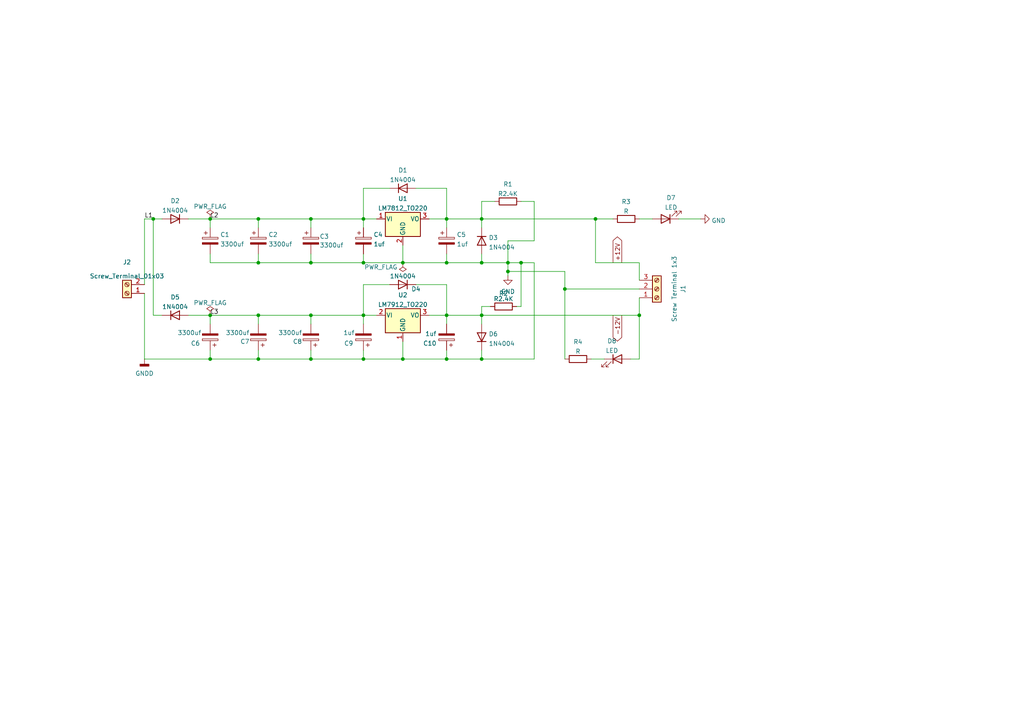
<source format=kicad_sch>
(kicad_sch (version 20211123) (generator eeschema)
  (paper "A4")
  (title_block (title "eurorack PSU") (company "nonszalancki"))
  (lib_symbols
    (symbol "Connector:Screw_Terminal_01x02" (pin_names (offset 1.016) hide)
      (property "Reference" "J" (at 0 2.54 0))
      (property "Value" "Screw_Terminal_01x02" (at 0 -5.08 0))
      (symbol "Screw_Terminal_01x02_1_1"
        (rectangle (start -1.27 1.27) (end 1.27 -3.81) (stroke (width 0.254)) (fill (type background)))
        (circle (center 0 -2.54) (radius 0.635) (stroke (width 0.1524)))
        (polyline (pts (xy -0.5334 -2.2098) (xy 0.3302 -3.048)) (stroke (width 0.1524)))
        (polyline (pts (xy -0.5334 0.3302) (xy 0.3302 -0.508)) (stroke (width 0.1524)))
        (polyline (pts (xy -0.3556 -2.032) (xy 0.508 -2.8702)) (stroke (width 0.1524)))
        (polyline (pts (xy -0.3556 0.508) (xy 0.508 -0.3302)) (stroke (width 0.1524)))
        (circle (center 0 0) (radius 0.635) (stroke (width 0.1524)))
        (pin passive line (at -5.08 0 0) (length 3.81) (name "Pin_1") (number "1"))
        (pin passive line (at -5.08 -2.54 0) (length 3.81) (name "Pin_2") (number "2"))
      )
    )
    (symbol "Connector:Screw_Terminal_01x03" (pin_names (offset 1.016) hide)
      (property "Reference" "J" (at 0 5.08 0))
      (property "Value" "Screw_Terminal_01x03" (at 0 -5.08 0))
      (symbol "Screw_Terminal_01x03_1_1"
        (rectangle (start -1.27 3.81) (end 1.27 -3.81) (stroke (width 0.254)) (fill (type background)))
        (circle (center 0 -2.54) (radius 0.635) (stroke (width 0.1524)))
        (polyline (pts (xy -0.5334 -2.2098) (xy 0.3302 -3.048)) (stroke (width 0.1524)))
        (polyline (pts (xy -0.5334 0.3302) (xy 0.3302 -0.508)) (stroke (width 0.1524)))
        (polyline (pts (xy -0.5334 2.8702) (xy 0.3302 2.032)) (stroke (width 0.1524)))
        (polyline (pts (xy -0.3556 -2.032) (xy 0.508 -2.8702)) (stroke (width 0.1524)))
        (polyline (pts (xy -0.3556 0.508) (xy 0.508 -0.3302)) (stroke (width 0.1524)))
        (polyline (pts (xy -0.3556 3.048) (xy 0.508 2.2098)) (stroke (width 0.1524)))
        (circle (center 0 0) (radius 0.635) (stroke (width 0.1524)))
        (circle (center 0 2.54) (radius 0.635) (stroke (width 0.1524)))
        (pin passive line (at -5.08 2.54 0) (length 3.81) (name "Pin_1") (number "1"))
        (pin passive line (at -5.08 0 0) (length 3.81) (name "Pin_2") (number "2"))
        (pin passive line (at -5.08 -2.54 0) (length 3.81) (name "Pin_3") (number "3"))
      )
    )
    (symbol "Device:C_Polarized" (pin_numbers hide) (pin_names (offset 0.254))
      (property "Reference" "C" (at 0.635 2.54 0))
      (property "Value" "C_Polarized" (at 0.635 -2.54 0))
      (symbol "C_Polarized_0_1"
        (rectangle (start -2.286 0.508) (end 2.286 1.016))
        (polyline (pts (xy -1.778 2.286) (xy -0.762 2.286)))
        (polyline (pts (xy -1.27 2.794) (xy -1.27 1.778)))
        (rectangle (start 2.286 -0.508) (end -2.286 -1.016) (fill (type outline)))
      )
      (symbol "C_Polarized_1_1"
        (pin passive line (at 0 3.81 270) (length 2.794) (name "~") (number "1"))
        (pin passive line (at 0 -3.81 90) (length 2.794) (name "~") (number "2"))
      )
    )
    (symbol "Device:LED" (pin_numbers hide) (pin_names (offset 1.016) hide)
      (property "Reference" "D" (at 0 2.54 0))
      (property "Value" "LED" (at 0 -2.54 0))
      (symbol "LED_0_1"
        (polyline (pts (xy -1.27 -1.27) (xy -1.27 1.27)) (stroke (width 0.254)))
        (polyline (pts (xy -1.27 0) (xy 1.27 0)))
        (polyline (pts (xy 1.27 -1.27) (xy 1.27 1.27) (xy -1.27 0) (xy 1.27 -1.27)) (stroke (width 0.254)))
        (polyline (pts (xy -3.048 -0.762) (xy -4.572 -2.286) (xy -3.81 -2.286) (xy -4.572 -2.286) (xy -4.572 -1.524)))
        (polyline (pts (xy -1.778 -0.762) (xy -3.302 -2.286) (xy -2.54 -2.286) (xy -3.302 -2.286) (xy -3.302 -1.524)))
      )
      (symbol "LED_1_1"
        (pin passive line (at -3.81 0 0) (length 2.54) (name "K") (number "1"))
        (pin passive line (at 3.81 0 180) (length 2.54) (name "A") (number "2"))
      )
    )
    (symbol "Device:R" (pin_numbers hide) (pin_names (offset 0))
      (property "Reference" "R" (at 2.032 0 90))
      (property "Value" "R" (at 0 0 90))
      (symbol "R_0_1"
        (rectangle (start -1.016 -2.54) (end 1.016 2.54) (stroke (width 0.254)))
      )
      (symbol "R_1_1"
        (pin passive line (at 0 3.81 270) (length 1.27) (name "~") (number "1"))
        (pin passive line (at 0 -3.81 90) (length 1.27) (name "~") (number "2"))
      )
    )
    (symbol "Diode:1N4004" (pin_numbers hide) (pin_names (offset 1.016) hide)
      (property "Reference" "D" (at 0 2.54 0))
      (property "Value" "1N4004" (at 0 -2.54 0))
      (symbol "1N4004_0_1"
        (polyline (pts (xy -1.27 1.27) (xy -1.27 -1.27)) (stroke (width 0.254)))
        (polyline (pts (xy 1.27 0) (xy -1.27 0)))
        (polyline (pts (xy 1.27 1.27) (xy 1.27 -1.27) (xy -1.27 0) (xy 1.27 1.27)) (stroke (width 0.254)))
      )
      (symbol "1N4004_1_1"
        (pin passive line (at -3.81 0 0) (length 2.54) (name "K") (number "1"))
        (pin passive line (at 3.81 0 180) (length 2.54) (name "A") (number "2"))
      )
    )
    (symbol "Regulator_Linear:LM7812_TO220" (pin_names (offset 0.254))
      (property "Reference" "U" (at -3.81 3.175 0))
      (property "Value" "LM7812_TO220" (at 0 3.175 0))
      (symbol "LM7812_TO220_0_1"
        (rectangle (start -5.08 1.905) (end 5.08 -5.08) (stroke (width 0.254)) (fill (type background)))
      )
      (symbol "LM7812_TO220_1_1"
        (pin power_in line (at -7.62 0 0) (length 2.54) (name "VI") (number "1"))
        (pin power_in line (at 0 -7.62 90) (length 2.54) (name "GND") (number "2"))
        (pin power_out line (at 7.62 0 180) (length 2.54) (name "VO") (number "3"))
      )
    )
    (symbol "Regulator_Linear:LM7912_TO220" (pin_names (offset 0.254))
      (property "Reference" "U" (at -3.81 -3.175 0))
      (property "Value" "LM7912_TO220" (at 0 -3.175 0))
      (symbol "LM7912_TO220_0_1"
        (rectangle (start -5.08 5.08) (end 5.08 -1.905) (stroke (width 0.254)) (fill (type background)))
      )
      (symbol "LM7912_TO220_1_1"
        (pin power_in line (at 0 7.62 270) (length 2.54) (name "GND") (number "1"))
        (pin power_in line (at -7.62 0 0) (length 2.54) (name "VI") (number "2"))
        (pin power_out line (at 7.62 0 180) (length 2.54) (name "VO") (number "3"))
      )
    )
    (symbol "power:GND" (power) (pin_names (offset 0))
      (property "Value" "GND" (at 0 -3.81 0))
      (symbol "GND_0_1"
        (polyline (pts (xy 0 0) (xy 0 -1.27) (xy 1.27 -1.27) (xy 0 -2.54) (xy -1.27 -1.27) (xy 0 -1.27)))
      )
      (symbol "GND_1_1"
        (pin power_in line (at 0 0 270) (length 0) hide (name "GND") (number "1"))
      )
    )
    (symbol "power:GNDD" (power) (pin_names (offset 0))
      (property "Value" "GNDD" (at 0 -3.175 0))
      (symbol "GNDD_0_1"
        (rectangle (start -1.27 -1.524) (end 1.27 -2.032) (stroke (width 0.254)) (fill (type outline)))
        (polyline (pts (xy 0 0) (xy 0 -1.524)))
      )
      (symbol "GNDD_1_1"
        (pin power_in line (at 0 0 270) (length 0) hide (name "GNDD") (number "1"))
      )
    )
    (symbol "power:PWR_FLAG" (power) (pin_numbers hide) (pin_names (offset 0) hide)
      (property "Value" "PWR_FLAG" (at 0 3.81 0))
      (symbol "PWR_FLAG_0_0"
        (pin power_out line (at 0 0 90) (length 0) (name "pwr") (number "1"))
      )
      (symbol "PWR_FLAG_0_1"
        (polyline (pts (xy 0 0) (xy 0 1.27) (xy -1.016 1.905) (xy 0 2.54) (xy 1.016 1.905) (xy 0 1.27)))
      )
    )
  )
  (junction (at 163.83 83.82))
  (junction (at 105.41 91.44))
  (junction (at 105.41 104.14))
  (junction (at 74.93 76.2))
  (junction (at 60.96 63.5))
  (junction (at 116.84 76.2))
  (junction (at 151.13 76.2))
  (junction (at 90.17 104.14))
  (junction (at 90.17 76.2))
  (junction (at 147.32 76.2))
  (junction (at 74.93 63.5))
  (junction (at 139.7 104.14))
  (junction (at 129.54 63.5))
  (junction (at 129.54 76.2))
  (junction (at 74.93 104.14))
  (junction (at 105.41 63.5))
  (junction (at 185.42 91.44))
  (junction (at 147.32 78.74))
  (junction (at 172.72 63.5))
  (junction (at 60.96 104.14))
  (junction (at 74.93 91.44))
  (junction (at 129.54 91.44))
  (junction (at 129.54 104.14))
  (junction (at 139.7 91.44))
  (junction (at 116.84 104.14))
  (junction (at 90.17 63.5))
  (junction (at 139.7 76.2))
  (junction (at 90.17 91.44))
  (junction (at 105.41 76.2))
  (junction (at 44.45 63.5))
  (junction (at 139.7 63.5))
  (junction (at 60.96 91.44))
  (wire (pts (xy 139.7 88.9) (xy 142.24 88.9)))
  (wire (pts (xy 163.83 83.82) (xy 163.83 104.14)))
  (wire (pts (xy 139.7 76.2) (xy 129.54 76.2)))
  (wire (pts (xy 105.41 63.5) (xy 109.22 63.5)))
  (wire (pts (xy 74.93 101.6) (xy 74.93 104.14)))
  (wire (pts (xy 105.41 101.6) (xy 105.41 104.14)))
  (wire (pts (xy 154.94 69.85) (xy 147.32 69.85)))
  (wire (pts (xy 139.7 101.6) (xy 139.7 104.14)))
  (wire (pts (xy 44.45 63.5) (xy 46.99 63.5)))
  (wire (pts (xy 105.41 73.66) (xy 105.41 76.2)))
  (wire (pts (xy 185.42 86.36) (xy 185.42 91.44)))
  (wire (pts (xy 139.7 91.44) (xy 139.7 93.98)))
  (wire (pts (xy 129.54 73.66) (xy 129.54 76.2)))
  (wire (pts (xy 139.7 76.2) (xy 147.32 76.2)))
  (wire (pts (xy 116.84 104.14) (xy 129.54 104.14)))
  (wire (pts (xy 147.32 69.85) (xy 147.32 76.2)))
  (wire (pts (xy 172.72 63.5) (xy 172.72 76.2)))
  (wire (pts (xy 60.96 73.66) (xy 60.96 76.2)))
  (wire (pts (xy 60.96 91.44) (xy 60.96 93.98)))
  (wire (pts (xy 129.54 54.61) (xy 129.54 63.5)))
  (wire (pts (xy 129.54 76.2) (xy 116.84 76.2)))
  (wire (pts (xy 171.45 104.14) (xy 175.26 104.14)))
  (wire (pts (xy 120.65 54.61) (xy 129.54 54.61)))
  (wire (pts (xy 139.7 91.44) (xy 185.42 91.44)))
  (wire (pts (xy 74.93 91.44) (xy 90.17 91.44)))
  (wire (pts (xy 54.61 91.44) (xy 60.96 91.44)))
  (wire (pts (xy 129.54 82.55) (xy 120.65 82.55)))
  (wire (pts (xy 74.93 63.5) (xy 90.17 63.5)))
  (wire (pts (xy 105.41 82.55) (xy 113.03 82.55)))
  (wire (pts (xy 44.45 91.44) (xy 46.99 91.44)))
  (wire (pts (xy 41.91 104.14) (xy 60.96 104.14)))
  (wire (pts (xy 90.17 91.44) (xy 105.41 91.44)))
  (wire (pts (xy 139.7 73.66) (xy 139.7 76.2)))
  (wire (pts (xy 60.96 101.6) (xy 60.96 104.14)))
  (wire (pts (xy 151.13 76.2) (xy 154.94 76.2)))
  (wire (pts (xy 60.96 91.44) (xy 74.93 91.44)))
  (wire (pts (xy 105.41 66.04) (xy 105.41 63.5)))
  (wire (pts (xy 54.61 63.5) (xy 60.96 63.5)))
  (wire (pts (xy 41.91 63.5) (xy 44.45 63.5)))
  (wire (pts (xy 41.91 85.09) (xy 41.91 104.14)))
  (wire (pts (xy 129.54 91.44) (xy 129.54 82.55)))
  (wire (pts (xy 90.17 63.5) (xy 105.41 63.5)))
  (wire (pts (xy 139.7 104.14) (xy 154.94 104.14)))
  (wire (pts (xy 139.7 58.42) (xy 139.7 63.5)))
  (wire (pts (xy 124.46 63.5) (xy 129.54 63.5)))
  (wire (pts (xy 44.45 63.5) (xy 44.45 91.44)))
  (wire (pts (xy 151.13 88.9) (xy 151.13 76.2)))
  (wire (pts (xy 90.17 73.66) (xy 90.17 76.2)))
  (wire (pts (xy 60.96 76.2) (xy 74.93 76.2)))
  (wire (pts (xy 139.7 91.44) (xy 139.7 88.9)))
  (wire (pts (xy 163.83 78.74) (xy 163.83 83.82)))
  (wire (pts (xy 74.93 66.04) (xy 74.93 63.5)))
  (wire (pts (xy 147.32 76.2) (xy 147.32 78.74)))
  (wire (pts (xy 113.03 54.61) (xy 105.41 54.61)))
  (wire (pts (xy 74.93 73.66) (xy 74.93 76.2)))
  (wire (pts (xy 90.17 63.5) (xy 90.17 66.04)))
  (wire (pts (xy 105.41 54.61) (xy 105.41 63.5)))
  (wire (pts (xy 105.41 91.44) (xy 105.41 82.55)))
  (wire (pts (xy 60.96 104.14) (xy 74.93 104.14)))
  (wire (pts (xy 143.51 58.42) (xy 139.7 58.42)))
  (wire (pts (xy 74.93 104.14) (xy 90.17 104.14)))
  (wire (pts (xy 151.13 58.42) (xy 154.94 58.42)))
  (wire (pts (xy 185.42 76.2) (xy 185.42 81.28)))
  (wire (pts (xy 139.7 63.5) (xy 129.54 63.5)))
  (wire (pts (xy 129.54 93.98) (xy 129.54 91.44)))
  (wire (pts (xy 139.7 63.5) (xy 172.72 63.5)))
  (wire (pts (xy 90.17 76.2) (xy 105.41 76.2)))
  (wire (pts (xy 90.17 91.44) (xy 90.17 93.98)))
  (wire (pts (xy 154.94 76.2) (xy 154.94 104.14)))
  (wire (pts (xy 129.54 104.14) (xy 129.54 101.6)))
  (wire (pts (xy 105.41 104.14) (xy 116.84 104.14)))
  (wire (pts (xy 154.94 58.42) (xy 154.94 69.85)))
  (wire (pts (xy 149.86 88.9) (xy 151.13 88.9)))
  (wire (pts (xy 116.84 76.2) (xy 116.84 71.12)))
  (wire (pts (xy 172.72 63.5) (xy 177.8 63.5)))
  (wire (pts (xy 105.41 76.2) (xy 116.84 76.2)))
  (wire (pts (xy 196.85 63.5) (xy 203.2 63.5)))
  (wire (pts (xy 129.54 66.04) (xy 129.54 63.5)))
  (wire (pts (xy 90.17 104.14) (xy 105.41 104.14)))
  (wire (pts (xy 105.41 91.44) (xy 109.22 91.44)))
  (wire (pts (xy 163.83 83.82) (xy 185.42 83.82)))
  (wire (pts (xy 74.93 91.44) (xy 74.93 93.98)))
  (wire (pts (xy 60.96 66.04) (xy 60.96 63.5)))
  (wire (pts (xy 139.7 66.04) (xy 139.7 63.5)))
  (wire (pts (xy 147.32 76.2) (xy 151.13 76.2)))
  (wire (pts (xy 147.32 80.01) (xy 147.32 78.74)))
  (wire (pts (xy 182.88 104.14) (xy 185.42 104.14)))
  (wire (pts (xy 60.96 63.5) (xy 74.93 63.5)))
  (wire (pts (xy 185.42 104.14) (xy 185.42 91.44)))
  (wire (pts (xy 185.42 63.5) (xy 189.23 63.5)))
  (wire (pts (xy 74.93 76.2) (xy 90.17 76.2)))
  (wire (pts (xy 185.42 76.2) (xy 172.72 76.2)))
  (wire (pts (xy 129.54 91.44) (xy 124.46 91.44)))
  (wire (pts (xy 105.41 91.44) (xy 105.41 93.98)))
  (wire (pts (xy 147.32 78.74) (xy 163.83 78.74)))
  (wire (pts (xy 90.17 101.6) (xy 90.17 104.14)))
  (wire (pts (xy 41.91 63.5) (xy 41.91 82.55)))
  (wire (pts (xy 116.84 99.06) (xy 116.84 104.14)))
  (wire (pts (xy 129.54 91.44) (xy 139.7 91.44)))
  (wire (pts (xy 139.7 104.14) (xy 129.54 104.14)))
  (label "L3" (at 60.96 91.44 0))
  (label "L2" (at 60.96 63.5 0))
  (label "L1" (at 41.91 63.5 0))
  (global_label "+12V" (shape output) (at 179.07 76.2 90) (property "Intersheet References" "${INTERSHEET_REFS}" (effects hide)))
  (global_label "-12V" (shape output) (at 179.07 91.44 270) (property "Intersheet References" "${INTERSHEET_REFS}" (effects hide)))
  (symbol (lib_id "Device:C_Polarized") (at 74.93 69.85 0) (unit 1)
    (property "Reference" "C2" (at 77.851 68.0525 0) (effects (justify left)))
    (property "Value" "3300uf" (at 77.851 70.8276 0) (effects (justify left)))
    (property "Footprint" "Capacitor_THT:CP_Radial_D18.0mm_P7.50mm" (effects hide))
  )
  (symbol (lib_id "power:PWR_FLAG") (at 60.96 63.5 0) (unit 1)
    (property "Reference" "#FLG0102" (effects hide))
    (property "Value" "PWR_FLAG" (at 60.96 59.8955 0))
  )
  (symbol (lib_id "power:GND") (at 203.2 63.5 90) (unit 1)
    (property "Reference" "#PWR0103" (effects hide))
    (property "Value" "GND" (at 206.375 63.979 90) (effects (justify right)))
  )
  (symbol (lib_id "Device:R") (at 167.64 104.14 90) (unit 1)
    (property "Reference" "R4" (at 167.64 99.1575 90))
    (property "Value" "R" (at 167.64 101.9326 90))
    (property "Footprint" "Resistor_THT:R_Axial_DIN0207_L6.3mm_D2.5mm_P7.62mm_Horizontal" (effects hide))
  )
  (symbol (lib_id "Device:C_Polarized") (at 105.41 97.79 180) (unit 1)
    (property "Reference" "C9" (at 102.489 99.5875 0) (effects (justify left)))
    (property "Value" "1uf" (at 102.87 96.52 0) (effects (justify left)))
    (property "Footprint" "Capacitor_THT:CP_Radial_D4.0mm_P2.00mm" (effects hide))
  )
  (symbol (lib_id "Diode:1N4004") (at 116.84 54.61 0) (unit 1)
    (property "Reference" "D1" (at 116.84 49.3735 0))
    (property "Value" "1N4004" (at 116.84 52.1486 0))
    (property "Footprint" "Diode_THT:D_DO-41_SOD81_P10.16mm_Horizontal" (effects hide))
    (property "Datasheet" "http://www.vishay.com/docs/88503/1n4001.pdf" (effects hide))
  )
  (symbol (lib_id "Connector:Screw_Terminal_01x02") (at 36.83 85.09 180) (unit 1)
    (property "Reference" "J2" (at 36.83 76.0435 0))
    (property "Value" "Screw_Terminal_01x03" (at 36.83 80.0886 0))
    (property "Footprint" "TerminalBlock:TerminalBlock_bornier-2_P5.08mm" (effects hide))
  )
  (symbol (lib_id "power:GNDD") (at 41.91 104.14 0) (unit 1)
    (property "Reference" "#PWR0101" (effects hide))
    (property "Value" "GNDD" (at 41.91 108.3215 0))
  )
  (symbol (lib_id "Device:C_Polarized") (at 74.93 97.79 180) (unit 1)
    (property "Reference" "C7" (at 72.39 99.06 0) (effects (justify left)))
    (property "Value" "3300uf" (at 72.39 96.52 0) (effects (justify left)))
    (property "Footprint" "Capacitor_THT:CP_Radial_D18.0mm_P7.50mm" (effects hide))
  )
  (symbol (lib_id "Device:C_Polarized") (at 105.41 69.85 0) (unit 1)
    (property "Reference" "C4" (at 108.331 68.0525 0) (effects (justify left)))
    (property "Value" "1uf" (at 108.331 70.8276 0) (effects (justify left)))
    (property "Footprint" "Capacitor_THT:CP_Radial_D4.0mm_P2.00mm" (effects hide))
  )
  (symbol (lib_id "Diode:1N4004") (at 50.8 91.44 0) (unit 1)
    (property "Reference" "D5" (at 50.8 86.2035 0))
    (property "Value" "1N4004" (at 50.8 88.9786 0))
    (property "Footprint" "Diode_THT:D_DO-41_SOD81_P10.16mm_Horizontal" (effects hide))
    (property "Datasheet" "http://www.vishay.com/docs/88503/1n4001.pdf" (effects hide))
  )
  (symbol (lib_id "power:PWR_FLAG") (at 116.84 76.2 180) (unit 1)
    (property "Reference" "#FLG0103" (effects hide))
    (property "Value" "PWR_FLAG" (at 110.49 77.47 0))
  )
  (symbol (lib_id "power:PWR_FLAG") (at 60.96 91.44 0) (unit 1)
    (property "Reference" "#FLG0101" (effects hide))
    (property "Value" "PWR_FLAG" (at 60.96 87.8355 0))
  )
  (symbol (lib_id "Device:R") (at 147.32 58.42 90) (unit 1)
    (property "Reference" "R1" (at 147.32 53.4375 90))
    (property "Value" "R2.4K" (at 147.32 56.2126 90))
    (property "Footprint" "Resistor_THT:R_Axial_DIN0207_L6.3mm_D2.5mm_P7.62mm_Horizontal" (effects hide))
  )
  (symbol (lib_id "Device:C_Polarized") (at 129.54 69.85 0) (unit 1)
    (property "Reference" "C5" (at 132.461 68.0525 0) (effects (justify left)))
    (property "Value" "1uf" (at 132.461 70.8276 0) (effects (justify left)))
    (property "Footprint" "Capacitor_THT:CP_Radial_D4.0mm_P2.00mm" (effects hide))
  )
  (symbol (lib_id "Diode:1N4004") (at 116.84 82.55 180) (unit 1)
    (property "Reference" "D4" (at 120.65 83.82 0))
    (property "Value" "1N4004" (at 116.84 80.0886 0))
    (property "Footprint" "Diode_THT:D_DO-41_SOD81_P10.16mm_Horizontal" (effects hide))
    (property "Datasheet" "http://www.vishay.com/docs/88503/1n4001.pdf" (effects hide))
  )
  (symbol (lib_id "Device:R") (at 146.05 88.9 90) (unit 1)
    (property "Reference" "R2" (at 146.05 85.09 90))
    (property "Value" "R2.4K" (at 146.05 86.6926 90))
    (property "Footprint" "Resistor_THT:R_Axial_DIN0207_L6.3mm_D2.5mm_P7.62mm_Horizontal" (effects hide))
  )
  (symbol (lib_id "Connector:Screw_Terminal_01x03") (at 190.5 83.82 0) (mirror x) (unit 1)
    (property "Reference" "J1" (at 198.12 83.82 90))
    (property "Value" "Screw Terminal 1x3" (at 195.58 83.82 90))
    (property "Footprint" "TerminalBlock:TerminalBlock_bornier-3_P5.08mm" (effects hide))
  )
  (symbol (lib_id "Diode:1N4004") (at 50.8 63.5 180) (unit 1)
    (property "Reference" "D2" (at 50.8 58.2635 0))
    (property "Value" "1N4004" (at 50.8 61.0386 0))
    (property "Footprint" "Diode_THT:D_DO-41_SOD81_P10.16mm_Horizontal" (effects hide))
    (property "Datasheet" "http://www.vishay.com/docs/88503/1n4001.pdf" (effects hide))
  )
  (symbol (lib_id "Device:LED") (at 193.04 63.5 180) (unit 1)
    (property "Reference" "D7" (at 194.6275 57.3745 0))
    (property "Value" "LED" (at 194.6275 60.1496 0))
    (property "Footprint" "LED_THT:LED_D3.0mm" (effects hide))
  )
  (symbol (lib_id "power:GND") (at 147.32 80.01 0) (unit 1)
    (property "Reference" "#PWR0102" (effects hide))
    (property "Value" "GND" (at 147.32 84.5725 0))
  )
  (symbol (lib_id "Device:C_Polarized") (at 90.17 97.79 180) (unit 1)
    (property "Reference" "C8" (at 87.63 99.06 0) (effects (justify left)))
    (property "Value" "3300uf" (at 87.63 96.52 0) (effects (justify left)))
    (property "Footprint" "Capacitor_THT:CP_Radial_D18.0mm_P7.50mm" (effects hide))
  )
  (symbol (lib_id "Diode:1N4004") (at 139.7 69.85 270) (unit 1)
    (property "Reference" "D3" (at 141.732 68.9415 90) (effects (justify left)))
    (property "Value" "1N4004" (at 141.732 71.7166 90) (effects (justify left)))
    (property "Footprint" "Diode_THT:D_DO-41_SOD81_P10.16mm_Horizontal" (effects hide))
    (property "Datasheet" "http://www.vishay.com/docs/88503/1n4001.pdf" (effects hide))
  )
  (symbol (lib_id "Device:C_Polarized") (at 90.17 69.85 0) (unit 1)
    (property "Reference" "C3" (at 92.71 68.58 0) (effects (justify left)))
    (property "Value" "3300uf" (at 92.71 71.12 0) (effects (justify left)))
    (property "Footprint" "Capacitor_THT:CP_Radial_D18.0mm_P7.50mm" (effects hide))
  )
  (symbol (lib_id "Device:C_Polarized") (at 60.96 97.79 180) (unit 1)
    (property "Reference" "C6" (at 58.039 99.5875 0) (effects (justify left)))
    (property "Value" "3300uf" (at 58.42 96.52 0) (effects (justify left)))
    (property "Footprint" "Capacitor_THT:CP_Radial_D18.0mm_P7.50mm" (effects hide))
  )
  (symbol (lib_id "Device:C_Polarized") (at 60.96 69.85 0) (unit 1)
    (property "Reference" "C1" (at 63.881 68.0525 0) (effects (justify left)))
    (property "Value" "3300uf" (at 63.881 70.8276 0) (effects (justify left)))
    (property "Footprint" "Capacitor_THT:CP_Radial_D18.0mm_P7.50mm" (effects hide))
  )
  (symbol (lib_id "Device:C_Polarized") (at 129.54 97.79 180) (unit 1)
    (property "Reference" "C10" (at 126.619 99.5875 0) (effects (justify left)))
    (property "Value" "1uf" (at 126.619 96.8124 0) (effects (justify left)))
    (property "Footprint" "Capacitor_THT:CP_Radial_D4.0mm_P2.00mm" (effects hide))
  )
  (symbol (lib_id "Device:LED") (at 179.07 104.14 0) (unit 1)
    (property "Reference" "D8" (at 177.4825 98.9035 0))
    (property "Value" "LED" (at 177.4825 101.6786 0))
    (property "Footprint" "LED_THT:LED_D3.0mm" (effects hide))
  )
  (symbol (lib_id "Regulator_Linear:LM7912_TO220") (at 116.84 91.44 0) (mirror x) (unit 1)
    (property "Reference" "U2" (at 116.84 85.5685 0))
    (property "Value" "LM7912_TO220" (at 116.84 88.3436 0))
    (property "Footprint" "Package_TO_SOT_THT:TO-220-3_Vertical" (effects hide))
    (property "Datasheet" "hhttps://www.onsemi.com/pub/Collateral/MC7900-D.PDF" (effects hide))
  )
  (symbol (lib_id "Diode:1N4004") (at 139.7 97.79 90) (unit 1)
    (property "Reference" "D6" (at 141.732 96.8815 90) (effects (justify right)))
    (property "Value" "1N4004" (at 141.732 99.6566 90) (effects (justify right)))
    (property "Footprint" "Diode_THT:D_DO-41_SOD81_P10.16mm_Horizontal" (effects hide))
    (property "Datasheet" "http://www.vishay.com/docs/88503/1n4001.pdf" (effects hide))
  )
  (symbol (lib_id "Regulator_Linear:LM7812_TO220") (at 116.84 63.5 0) (unit 1)
    (property "Reference" "U1" (at 116.84 57.6285 0))
    (property "Value" "LM7812_TO220" (at 116.84 60.4036 0))
    (property "Footprint" "Package_TO_SOT_THT:TO-220-3_Vertical" (effects hide))
    (property "Datasheet" "https://www.onsemi.cn/PowerSolutions/document/MC7800-D.PDF" (effects hide))
  )
  (symbol (lib_id "Device:R") (at 181.61 63.5 90) (unit 1)
    (property "Reference" "R3" (at 181.61 58.5175 90))
    (property "Value" "R" (at 181.61 61.2926 90))
    (property "Footprint" "Resistor_THT:R_Axial_DIN0207_L6.3mm_D2.5mm_P7.62mm_Horizontal" (effects hide))
  )
)
</source>
